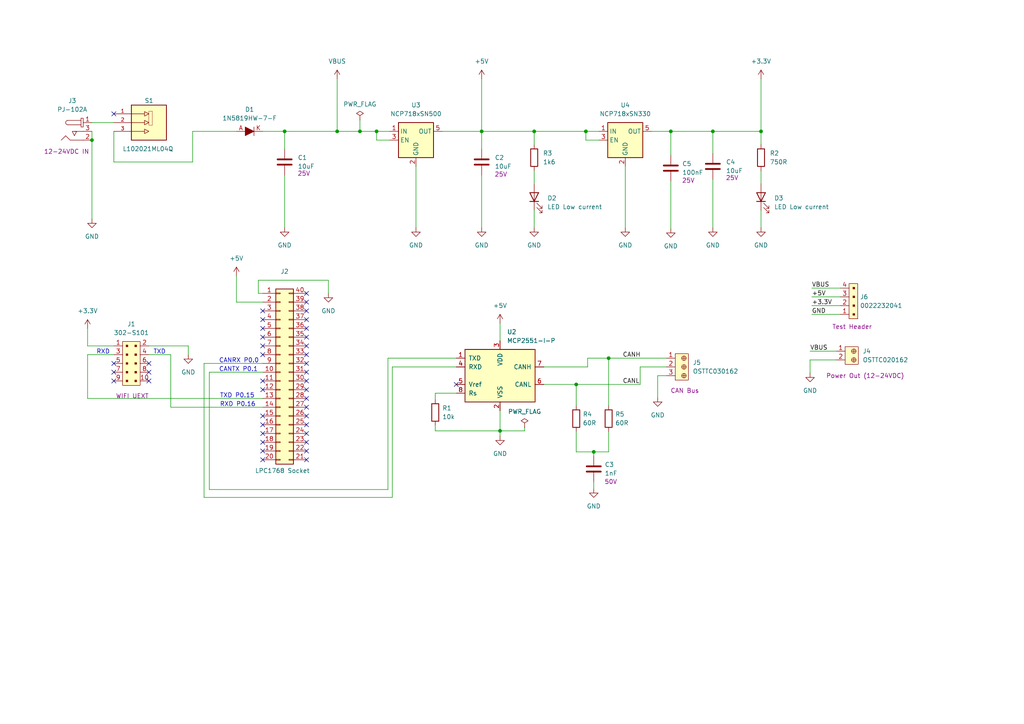
<source format=kicad_sch>
(kicad_sch (version 20211123) (generator eeschema)
  (paper "A4")
  (lib_symbols
    (symbol "Connector_Generic:Conn_02x20_Counter_Clockwise" (pin_names (offset 1.016) hide)
      (property "Reference" "J" (at 1.27 25.4 0))
      (property "Value" "Conn_02x20_Counter_Clockwise" (at 1.27 -27.94 0))
      (symbol "Conn_02x20_Counter_Clockwise_1_1"
        (rectangle (start -1.27 -25.273) (end 0 -25.527) (stroke (width 0.1524)))
        (rectangle (start -1.27 -22.733) (end 0 -22.987) (stroke (width 0.1524)))
        (rectangle (start -1.27 -20.193) (end 0 -20.447) (stroke (width 0.1524)))
        (rectangle (start -1.27 -17.653) (end 0 -17.907) (stroke (width 0.1524)))
        (rectangle (start -1.27 -15.113) (end 0 -15.367) (stroke (width 0.1524)))
        (rectangle (start -1.27 -12.573) (end 0 -12.827) (stroke (width 0.1524)))
        (rectangle (start -1.27 -10.033) (end 0 -10.287) (stroke (width 0.1524)))
        (rectangle (start -1.27 -7.493) (end 0 -7.747) (stroke (width 0.1524)))
        (rectangle (start -1.27 -4.953) (end 0 -5.207) (stroke (width 0.1524)))
        (rectangle (start -1.27 -2.413) (end 0 -2.667) (stroke (width 0.1524)))
        (rectangle (start -1.27 0.127) (end 0 -0.127) (stroke (width 0.1524)))
        (rectangle (start -1.27 2.667) (end 0 2.413) (stroke (width 0.1524)))
        (rectangle (start -1.27 5.207) (end 0 4.953) (stroke (width 0.1524)))
        (rectangle (start -1.27 7.747) (end 0 7.493) (stroke (width 0.1524)))
        (rectangle (start -1.27 10.287) (end 0 10.033) (stroke (width 0.1524)))
        (rectangle (start -1.27 12.827) (end 0 12.573) (stroke (width 0.1524)))
        (rectangle (start -1.27 15.367) (end 0 15.113) (stroke (width 0.1524)))
        (rectangle (start -1.27 17.907) (end 0 17.653) (stroke (width 0.1524)))
        (rectangle (start -1.27 20.447) (end 0 20.193) (stroke (width 0.1524)))
        (rectangle (start -1.27 22.987) (end 0 22.733) (stroke (width 0.1524)))
        (rectangle (start -1.27 24.13) (end 3.81 -26.67) (stroke (width 0.254)) (fill (type background)))
        (rectangle (start 3.81 -25.273) (end 2.54 -25.527) (stroke (width 0.1524)))
        (rectangle (start 3.81 -22.733) (end 2.54 -22.987) (stroke (width 0.1524)))
        (rectangle (start 3.81 -20.193) (end 2.54 -20.447) (stroke (width 0.1524)))
        (rectangle (start 3.81 -17.653) (end 2.54 -17.907) (stroke (width 0.1524)))
        (rectangle (start 3.81 -15.113) (end 2.54 -15.367) (stroke (width 0.1524)))
        (rectangle (start 3.81 -12.573) (end 2.54 -12.827) (stroke (width 0.1524)))
        (rectangle (start 3.81 -10.033) (end 2.54 -10.287) (stroke (width 0.1524)))
        (rectangle (start 3.81 -7.493) (end 2.54 -7.747) (stroke (width 0.1524)))
        (rectangle (start 3.81 -4.953) (end 2.54 -5.207) (stroke (width 0.1524)))
        (rectangle (start 3.81 -2.413) (end 2.54 -2.667) (stroke (width 0.1524)))
        (rectangle (start 3.81 0.127) (end 2.54 -0.127) (stroke (width 0.1524)))
        (rectangle (start 3.81 2.667) (end 2.54 2.413) (stroke (width 0.1524)))
        (rectangle (start 3.81 5.207) (end 2.54 4.953) (stroke (width 0.1524)))
        (rectangle (start 3.81 7.747) (end 2.54 7.493) (stroke (width 0.1524)))
        (rectangle (start 3.81 10.287) (end 2.54 10.033) (stroke (width 0.1524)))
        (rectangle (start 3.81 12.827) (end 2.54 12.573) (stroke (width 0.1524)))
        (rectangle (start 3.81 15.367) (end 2.54 15.113) (stroke (width 0.1524)))
        (rectangle (start 3.81 17.907) (end 2.54 17.653) (stroke (width 0.1524)))
        (rectangle (start 3.81 20.447) (end 2.54 20.193) (stroke (width 0.1524)))
        (rectangle (start 3.81 22.987) (end 2.54 22.733) (stroke (width 0.1524)))
        (pin passive line (at -5.08 22.86 0) (length 3.81) (name "Pin_1") (number "1"))
        (pin passive line (at -5.08 0 0) (length 3.81) (name "Pin_10") (number "10"))
        (pin passive line (at -5.08 -2.54 0) (length 3.81) (name "Pin_11") (number "11"))
        (pin passive line (at -5.08 -5.08 0) (length 3.81) (name "Pin_12") (number "12"))
        (pin passive line (at -5.08 -7.62 0) (length 3.81) (name "Pin_13") (number "13"))
        (pin passive line (at -5.08 -10.16 0) (length 3.81) (name "Pin_14") (number "14"))
        (pin passive line (at -5.08 -12.7 0) (length 3.81) (name "Pin_15") (number "15"))
        (pin passive line (at -5.08 -15.24 0) (length 3.81) (name "Pin_16") (number "16"))
        (pin passive line (at -5.08 -17.78 0) (length 3.81) (name "Pin_17") (number "17"))
        (pin passive line (at -5.08 -20.32 0) (length 3.81) (name "Pin_18") (number "18"))
        (pin passive line (at -5.08 -22.86 0) (length 3.81) (name "Pin_19") (number "19"))
        (pin passive line (at -5.08 20.32 0) (length 3.81) (name "Pin_2") (number "2"))
        (pin passive line (at -5.08 -25.4 0) (length 3.81) (name "Pin_20") (number "20"))
        (pin passive line (at 7.62 -25.4 180) (length 3.81) (name "Pin_21") (number "21"))
        (pin passive line (at 7.62 -22.86 180) (length 3.81) (name "Pin_22") (number "22"))
        (pin passive line (at 7.62 -20.32 180) (length 3.81) (name "Pin_23") (number "23"))
        (pin passive line (at 7.62 -17.78 180) (length 3.81) (name "Pin_24") (number "24"))
        (pin passive line (at 7.62 -15.24 180) (length 3.81) (name "Pin_25") (number "25"))
        (pin passive line (at 7.62 -12.7 180) (length 3.81) (name "Pin_26") (number "26"))
        (pin passive line (at 7.62 -10.16 180) (length 3.81) (name "Pin_27") (number "27"))
        (pin passive line (at 7.62 -7.62 180) (length 3.81) (name "Pin_28") (number "28"))
        (pin passive line (at 7.62 -5.08 180) (length 3.81) (name "Pin_29") (number "29"))
        (pin passive line (at -5.08 17.78 0) (length 3.81) (name "Pin_3") (number "3"))
        (pin passive line (at 7.62 -2.54 180) (length 3.81) (name "Pin_30") (number "30"))
        (pin passive line (at 7.62 0 180) (length 3.81) (name "Pin_31") (number "31"))
        (pin passive line (at 7.62 2.54 180) (length 3.81) (name "Pin_32") (number "32"))
        (pin passive line (at 7.62 5.08 180) (length 3.81) (name "Pin_33") (number "33"))
        (pin passive line (at 7.62 7.62 180) (length 3.81) (name "Pin_34") (number "34"))
        (pin passive line (at 7.62 10.16 180) (length 3.81) (name "Pin_35") (number "35"))
        (pin passive line (at 7.62 12.7 180) (length 3.81) (name "Pin_36") (number "36"))
        (pin passive line (at 7.62 15.24 180) (length 3.81) (name "Pin_37") (number "37"))
        (pin passive line (at 7.62 17.78 180) (length 3.81) (name "Pin_38") (number "38"))
        (pin passive line (at 7.62 20.32 180) (length 3.81) (name "Pin_39") (number "39"))
        (pin passive line (at -5.08 15.24 0) (length 3.81) (name "Pin_4") (number "4"))
        (pin passive line (at 7.62 22.86 180) (length 3.81) (name "Pin_40") (number "40"))
        (pin passive line (at -5.08 12.7 0) (length 3.81) (name "Pin_5") (number "5"))
        (pin passive line (at -5.08 10.16 0) (length 3.81) (name "Pin_6") (number "6"))
        (pin passive line (at -5.08 7.62 0) (length 3.81) (name "Pin_7") (number "7"))
        (pin passive line (at -5.08 5.08 0) (length 3.81) (name "Pin_8") (number "8"))
        (pin passive line (at -5.08 2.54 0) (length 3.81) (name "Pin_9") (number "9"))
      )
    )
    (symbol "Device:C" (pin_numbers hide) (pin_names (offset 0.254))
      (property "Reference" "C" (at 0.635 2.54 0))
      (property "Value" "C" (at 0.635 -2.54 0))
      (symbol "C_0_1"
        (polyline (pts (xy -2.032 -0.762) (xy 2.032 -0.762)) (stroke (width 0.508)))
        (polyline (pts (xy -2.032 0.762) (xy 2.032 0.762)) (stroke (width 0.508)))
      )
      (symbol "C_1_1"
        (pin passive line (at 0 3.81 270) (length 2.794) (name "~") (number "1"))
        (pin passive line (at 0 -3.81 90) (length 2.794) (name "~") (number "2"))
      )
    )
    (symbol "Device:LED" (pin_numbers hide) (pin_names (offset 1.016) hide)
      (property "Reference" "D" (at 0 2.54 0))
      (property "Value" "LED" (at 0 -2.54 0))
      (symbol "LED_0_1"
        (polyline (pts (xy -1.27 -1.27) (xy -1.27 1.27)) (stroke (width 0.254)))
        (polyline (pts (xy -1.27 0) (xy 1.27 0)))
        (polyline (pts (xy 1.27 -1.27) (xy 1.27 1.27) (xy -1.27 0) (xy 1.27 -1.27)) (stroke (width 0.254)))
        (polyline (pts (xy -3.048 -0.762) (xy -4.572 -2.286) (xy -3.81 -2.286) (xy -4.572 -2.286) (xy -4.572 -1.524)))
        (polyline (pts (xy -1.778 -0.762) (xy -3.302 -2.286) (xy -2.54 -2.286) (xy -3.302 -2.286) (xy -3.302 -1.524)))
      )
      (symbol "LED_1_1"
        (pin passive line (at -3.81 0 0) (length 2.54) (name "K") (number "1"))
        (pin passive line (at 3.81 0 180) (length 2.54) (name "A") (number "2"))
      )
    )
    (symbol "Device:R" (pin_numbers hide) (pin_names (offset 0))
      (property "Reference" "R" (at 2.032 0 90))
      (property "Value" "R" (at 0 0 90))
      (symbol "R_0_1"
        (rectangle (start -1.016 -2.54) (end 1.016 2.54) (stroke (width 0.254)))
      )
      (symbol "R_1_1"
        (pin passive line (at 0 3.81 270) (length 1.27) (name "~") (number "1"))
        (pin passive line (at 0 -3.81 90) (length 1.27) (name "~") (number "2"))
      )
    )
    (symbol "Interface_CAN_LIN:MCP2551-I-P" (pin_names (offset 1.016))
      (property "Reference" "U" (at -10.16 8.89 0))
      (property "Value" "MCP2551-I-P" (at 2.54 8.89 0))
      (symbol "MCP2551-I-P_0_1"
        (rectangle (start -10.16 7.62) (end 10.16 -7.62) (stroke (width 0.254)) (fill (type background)))
      )
      (symbol "MCP2551-I-P_1_1"
        (pin input line (at -12.7 5.08 0) (length 2.54) (name "TXD") (number "1"))
        (pin power_in line (at 0 -10.16 90) (length 2.54) (name "VSS") (number "2"))
        (pin power_in line (at 0 10.16 270) (length 2.54) (name "VDD") (number "3"))
        (pin output line (at -12.7 2.54 0) (length 2.54) (name "RXD") (number "4"))
        (pin power_out line (at -12.7 -2.54 0) (length 2.54) (name "Vref") (number "5"))
        (pin bidirectional line (at 12.7 -2.54 180) (length 2.54) (name "CANL") (number "6"))
        (pin bidirectional line (at 12.7 2.54 180) (length 2.54) (name "CANH") (number "7"))
        (pin input line (at -12.7 -5.08 0) (length 2.54) (name "Rs") (number "8"))
      )
    )
    (symbol "Regulator_Linear:NCP718xSN330"
      (property "Reference" "U" (at -3.81 6.35 0))
      (property "Value" "NCP718xSN330" (at 6.35 6.35 0))
      (symbol "NCP718xSN330_0_1"
        (rectangle (start -5.08 -5.08) (end 5.08 5.08) (stroke (width 0.254)) (fill (type background)))
        (pin power_in line (at -7.62 2.54 0) (length 2.54) (name "IN") (number "1"))
        (pin power_in line (at 0 -7.62 90) (length 2.54) (name "GND") (number "2"))
        (pin input line (at -7.62 0 0) (length 2.54) (name "EN") (number "3"))
        (pin no_connect line (at 5.08 0 180) (length 2.54) hide (name "NC") (number "4"))
        (pin power_out line (at 7.62 2.54 180) (length 2.54) (name "OUT") (number "5"))
      )
    )
    (symbol "Regulator_Linear:NCP718xSN500"
      (property "Reference" "U" (at -3.81 6.35 0))
      (property "Value" "NCP718xSN500" (at 6.35 6.35 0))
      (symbol "NCP718xSN500_0_1"
        (rectangle (start -5.08 -5.08) (end 5.08 5.08) (stroke (width 0.254)) (fill (type background)))
        (pin power_in line (at -7.62 2.54 0) (length 2.54) (name "IN") (number "1"))
        (pin power_in line (at 0 -7.62 90) (length 2.54) (name "GND") (number "2"))
        (pin input line (at -7.62 0 0) (length 2.54) (name "EN") (number "3"))
        (pin no_connect line (at 5.08 0 180) (length 2.54) hide (name "NC") (number "4"))
        (pin power_out line (at 7.62 2.54 180) (length 2.54) (name "OUT") (number "5"))
      )
    )
    (symbol "Switch:L102021ML04Q" (pin_names (offset 1.016) hide)
      (property "Reference" "S" (at -5.08 6.35 0))
      (property "Value" "L102021ML04Q" (at -7.62 -7.62 0))
      (symbol "L102021ML04Q_0_0"
        (rectangle (start -5.08 -5.08) (end 5.08 5.08) (stroke (width 0.254)) (fill (type background)))
        (polyline (pts (xy -5.08 -2.54) (xy -1.27 -2.54)) (stroke (width 0.1524)))
        (polyline (pts (xy -5.08 0) (xy -1.27 0)) (stroke (width 0.1524)))
        (polyline (pts (xy -5.08 2.54) (xy -1.27 2.54)) (stroke (width 0.1524)))
        (polyline (pts (xy -1.27 -1.905) (xy -1.27 -3.175) (xy 0 -2.54) (xy -1.27 -1.905)) (stroke (width 0.1524)) (fill (type background)))
        (polyline (pts (xy -1.27 0.635) (xy -1.27 -0.635) (xy 0 0) (xy -1.27 0.635)) (stroke (width 0.1524)) (fill (type background)))
        (polyline (pts (xy -1.27 3.175) (xy -1.27 1.905) (xy 0 2.54) (xy -1.27 3.175)) (stroke (width 0.1524)) (fill (type background)))
        (polyline (pts (xy 0 3.302) (xy 0 -0.762) (xy 1.016 -0.762) (xy 1.016 3.302) (xy 0 3.302)) (stroke (width 0.0254)) (fill (type background)))
        (pin passive line (at -10.16 2.54 0) (length 5.08) (name "~") (number "1"))
        (pin passive line (at -10.16 0 0) (length 5.08) (name "~") (number "2"))
        (pin passive line (at -10.16 -2.54 0) (length 5.08) (name "~") (number "3"))
      )
    )
    (symbol "dk_Barrel-Power-Connectors:PJ-102A" (pin_names (offset 1.016))
      (property "Reference" "J" (at 0 2.54 0))
      (property "Value" "PJ-102A" (at 0 -6.35 0))
      (symbol "PJ-102A_0_1"
        (arc (start -4.445 0.635) (mid -5.08 0) (end -4.445 -0.635))
        (rectangle (start -0.635 1.27) (end 0 -1.27))
        (polyline (pts (xy -0.635 -0.635) (xy -4.445 -0.635)))
        (polyline (pts (xy -0.635 0.635) (xy -4.445 0.635)))
        (polyline (pts (xy 0 -2.54) (xy -1.27 -2.54) (xy -2.54 -2.54)))
        (polyline (pts (xy 0 -5.08) (xy -3.81 -5.08) (xy -5.08 -3.81) (xy -6.35 -5.08)))
        (polyline (pts (xy -2.54 -2.54) (xy -3.175 -2.54) (xy -2.54 -3.81) (xy -1.905 -2.54) (xy -2.54 -2.54)))
      )
      (symbol "PJ-102A_1_1"
        (pin passive line (at 2.54 0 180) (length 2.54) (name "~") (number "1"))
        (pin passive line (at 2.54 -5.08 180) (length 2.54) (name "~") (number "2"))
        (pin passive line (at 2.54 -2.54 180) (length 2.54) (name "~") (number "3"))
      )
    )
    (symbol "dk_Diodes-Rectifiers-Single:1N5819HW-7-F" (pin_names (offset 1.016))
      (property "Reference" "D" (at 0 3.81 0))
      (property "Value" "1N5819HW-7-F" (at 1.27 -2.54 0))
      (symbol "1N5819HW-7-F_0_1"
        (polyline (pts (xy 0 0) (xy 2.54 0)))
        (polyline (pts (xy 0 1.27) (xy 0 -1.27)))
        (polyline (pts (xy 2.54 1.27) (xy 2.54 -1.27) (xy 0 0) (xy 2.54 1.27)) (fill (type outline)))
      )
      (symbol "1N5819HW-7-F_1_1"
        (pin passive line (at 5.08 0 180) (length 2.54) (name "~") (number "A"))
        (pin passive line (at -2.54 0 0) (length 2.54) (name "~") (number "K"))
      )
    )
    (symbol "dk_Rectangular-Connectors-Headers-Male-Pins:0022232041" (pin_names (offset 1.016))
      (property "Reference" "J" (at -2.54 1.27 0))
      (property "Value" "0022232041" (at 3.81 -3.81 0))
      (symbol "0022232041_1_1"
        (rectangle (start -1.27 0) (end 8.89 -2.54) (fill (type background)))
        (rectangle (start -0.254 -1.143) (end 0.254 -1.651) (fill (type outline)))
        (rectangle (start 2.286 -1.143) (end 2.794 -1.651) (fill (type outline)))
        (rectangle (start 4.826 -1.143) (end 5.334 -1.651) (fill (type outline)))
        (rectangle (start 7.366 -1.143) (end 7.874 -1.651) (fill (type outline)))
        (pin passive line (at 0 2.54 270) (length 2.54) (name "~") (number "1"))
        (pin passive line (at 2.54 2.54 270) (length 2.54) (name "~") (number "2"))
        (pin passive line (at 5.08 2.54 270) (length 2.54) (name "~") (number "3"))
        (pin passive line (at 7.62 2.54 270) (length 2.54) (name "~") (number "4"))
      )
    )
    (symbol "dk_Rectangular-Connectors-Headers-Male-Pins:302-S101" (pin_names (offset 1.016))
      (property "Reference" "J" (at -2.54 7.62 0))
      (property "Value" "302-S101" (at 0 -7.62 0))
      (symbol "302-S101_1_1"
        (rectangle (start -2.54 6.35) (end 2.54 -6.35) (fill (type background)))
        (rectangle (start -1.524 -4.826) (end -1.016 -5.334) (fill (type outline)))
        (rectangle (start -1.524 -2.286) (end -1.016 -2.794) (fill (type outline)))
        (rectangle (start -1.524 0.254) (end -1.016 -0.254) (fill (type outline)))
        (rectangle (start -1.524 2.794) (end -1.016 2.286) (fill (type outline)))
        (rectangle (start -1.524 5.334) (end -1.016 4.826) (fill (type outline)))
        (rectangle (start 1.016 -4.826) (end 1.524 -5.334) (fill (type outline)))
        (rectangle (start 1.016 -2.286) (end 1.524 -2.794) (fill (type outline)))
        (rectangle (start 1.016 0.254) (end 1.524 -0.254) (fill (type outline)))
        (rectangle (start 1.016 2.794) (end 1.524 2.286) (fill (type outline)))
        (rectangle (start 1.016 5.334) (end 1.524 4.826) (fill (type outline)))
        (pin passive line (at -5.08 5.08 0) (length 2.54) (name "~") (number "1"))
        (pin passive line (at 5.08 -5.08 180) (length 2.54) (name "~") (number "10"))
        (pin passive line (at 5.08 5.08 180) (length 2.54) (name "~") (number "2"))
        (pin passive line (at -5.08 2.54 0) (length 2.54) (name "~") (number "3"))
        (pin passive line (at 5.08 2.54 180) (length 2.54) (name "~") (number "4"))
        (pin passive line (at -5.08 0 0) (length 2.54) (name "~") (number "5"))
        (pin passive line (at 5.08 0 180) (length 2.54) (name "~") (number "6"))
        (pin passive line (at -5.08 -2.54 0) (length 2.54) (name "~") (number "7"))
        (pin passive line (at 5.08 -2.54 180) (length 2.54) (name "~") (number "8"))
        (pin passive line (at -5.08 -5.08 0) (length 2.54) (name "~") (number "9"))
      )
    )
    (symbol "dk_Terminal-Blocks-Wire-to-Board:OSTTC020162" (pin_names (offset 1.016))
      (property "Reference" "J" (at -2.54 1.27 0))
      (property "Value" "OSTTC020162" (at 1.27 -2.54 0))
      (symbol "OSTTC020162_1_1"
        (rectangle (start -1.27 2.54) (end 3.81 -1.27) (fill (type background)))
        (polyline (pts (xy 0 0.635) (xy 0 -0.635)))
        (polyline (pts (xy 0.635 0) (xy -0.635 0)))
        (polyline (pts (xy 1.905 0) (xy 3.175 0)))
        (polyline (pts (xy 2.54 0.635) (xy 2.54 -0.635)))
        (circle (center 0 0) (radius 0.635))
        (circle (center 2.54 0) (radius 0.635))
        (pin passive line (at 0 5.08 270) (length 2.54) (name "~") (number "1"))
        (pin passive line (at 2.54 5.08 270) (length 2.54) (name "~") (number "2"))
      )
    )
    (symbol "dk_Terminal-Blocks-Wire-to-Board:OSTTC030162" (pin_names (offset 1.016))
      (property "Reference" "J" (at -2.54 1.27 0))
      (property "Value" "OSTTC030162" (at 2.54 -2.54 0))
      (symbol "OSTTC030162_1_1"
        (rectangle (start -1.27 2.54) (end 6.35 -1.27) (fill (type background)))
        (polyline (pts (xy 0 0.635) (xy 0 -0.635)))
        (polyline (pts (xy 0.635 0) (xy -0.635 0)))
        (polyline (pts (xy 1.905 0) (xy 3.175 0)))
        (polyline (pts (xy 2.54 0.635) (xy 2.54 -0.635)))
        (polyline (pts (xy 4.445 0) (xy 5.715 0)))
        (polyline (pts (xy 5.08 0.635) (xy 5.08 -0.635)))
        (circle (center 0 0) (radius 0.635))
        (circle (center 2.54 0) (radius 0.635))
        (circle (center 5.08 0) (radius 0.635))
        (pin passive line (at 0 5.08 270) (length 2.54) (name "~") (number "1"))
        (pin passive line (at 2.54 5.08 270) (length 2.54) (name "~") (number "2"))
        (pin passive line (at 5.08 5.08 270) (length 2.54) (name "~") (number "3"))
      )
    )
    (symbol "power:+3.3V" (power) (pin_names (offset 0))
      (property "Value" "+3.3V" (at 0 3.556 0))
      (symbol "+3.3V_0_1"
        (polyline (pts (xy -0.762 1.27) (xy 0 2.54)))
        (polyline (pts (xy 0 0) (xy 0 2.54)))
        (polyline (pts (xy 0 2.54) (xy 0.762 1.27)))
      )
      (symbol "+3.3V_1_1"
        (pin power_in line (at 0 0 90) (length 0) hide (name "+3.3V") (number "1"))
      )
    )
    (symbol "power:+5V" (power) (pin_names (offset 0))
      (property "Value" "+5V" (at 0 3.556 0))
      (symbol "+5V_0_1"
        (polyline (pts (xy -0.762 1.27) (xy 0 2.54)))
        (polyline (pts (xy 0 0) (xy 0 2.54)))
        (polyline (pts (xy 0 2.54) (xy 0.762 1.27)))
      )
      (symbol "+5V_1_1"
        (pin power_in line (at 0 0 90) (length 0) hide (name "+5V") (number "1"))
      )
    )
    (symbol "power:GND" (power) (pin_names (offset 0))
      (property "Value" "GND" (at 0 -3.81 0))
      (symbol "GND_0_1"
        (polyline (pts (xy 0 0) (xy 0 -1.27) (xy 1.27 -1.27) (xy 0 -2.54) (xy -1.27 -1.27) (xy 0 -1.27)))
      )
      (symbol "GND_1_1"
        (pin power_in line (at 0 0 270) (length 0) hide (name "GND") (number "1"))
      )
    )
    (symbol "power:PWR_FLAG" (power) (pin_numbers hide) (pin_names (offset 0) hide)
      (property "Value" "PWR_FLAG" (at 0 3.81 0))
      (symbol "PWR_FLAG_0_0"
        (pin power_out line (at 0 0 90) (length 0) (name "pwr") (number "1"))
      )
      (symbol "PWR_FLAG_0_1"
        (polyline (pts (xy 0 0) (xy 0 1.27) (xy -1.016 1.905) (xy 0 2.54) (xy 1.016 1.905) (xy 0 1.27)))
      )
    )
    (symbol "power:VBUS" (power) (pin_names (offset 0))
      (property "Value" "VBUS" (at 0 3.81 0))
      (symbol "VBUS_0_1"
        (polyline (pts (xy -0.762 1.27) (xy 0 2.54)))
        (polyline (pts (xy 0 0) (xy 0 2.54)))
        (polyline (pts (xy 0 2.54) (xy 0.762 1.27)))
      )
      (symbol "VBUS_1_1"
        (pin power_in line (at 0 0 90) (length 0) hide (name "VBUS") (number "1"))
      )
    )
  )
  (junction (at 26.67 40.64))
  (junction (at 172.212 131.064))
  (junction (at 104.394 38.1))
  (junction (at 169.926 38.1))
  (junction (at 206.756 38.1))
  (junction (at 194.564 38.1))
  (junction (at 167.132 111.506))
  (junction (at 176.53 103.886))
  (junction (at 139.7 38.1))
  (junction (at 82.55 38.1))
  (junction (at 145.034 124.968))
  (junction (at 220.726 38.1))
  (junction (at 97.79 38.1))
  (junction (at 109.22 38.1))
  (junction (at 154.94 38.1))
  (no_connect (at 88.9 113.03))
  (no_connect (at 76.2 100.33))
  (no_connect (at 76.2 102.87))
  (no_connect (at 76.2 97.79))
  (no_connect (at 88.9 102.87))
  (no_connect (at 88.9 95.25))
  (no_connect (at 88.9 123.19))
  (no_connect (at 88.9 100.33))
  (no_connect (at 76.2 125.73))
  (no_connect (at 33.02 33.02))
  (no_connect (at 43.18 107.95))
  (no_connect (at 43.18 105.41))
  (no_connect (at 43.18 110.49))
  (no_connect (at 33.02 105.41))
  (no_connect (at 33.02 107.95))
  (no_connect (at 33.02 110.49))
  (no_connect (at 76.2 90.17))
  (no_connect (at 88.9 130.81))
  (no_connect (at 88.9 90.17))
  (no_connect (at 88.9 110.49))
  (no_connect (at 88.9 105.41))
  (no_connect (at 88.9 97.79))
  (no_connect (at 76.2 95.25))
  (no_connect (at 88.9 107.95))
  (no_connect (at 132.334 111.506))
  (no_connect (at 76.2 133.35))
  (no_connect (at 76.2 128.27))
  (no_connect (at 76.2 110.49))
  (no_connect (at 76.2 113.03))
  (no_connect (at 76.2 120.65))
  (no_connect (at 88.9 128.27))
  (no_connect (at 76.2 130.81))
  (no_connect (at 88.9 92.71))
  (no_connect (at 88.9 133.35))
  (no_connect (at 88.9 120.65))
  (no_connect (at 88.9 125.73))
  (no_connect (at 88.9 85.09))
  (no_connect (at 76.2 92.71))
  (no_connect (at 76.2 123.19))
  (no_connect (at 88.9 118.11))
  (no_connect (at 88.9 87.63))
  (no_connect (at 88.9 115.57))
  (wire (pts (xy 60.706 141.986) (xy 112.522 141.986)))
  (wire (pts (xy 49.53 102.87) (xy 43.18 102.87)))
  (wire (pts (xy 170.434 106.426) (xy 170.434 103.886)))
  (wire (pts (xy 112.522 103.886) (xy 112.522 141.986)))
  (wire (pts (xy 26.67 38.1) (xy 26.67 40.64)))
  (wire (pts (xy 167.132 131.064) (xy 172.212 131.064)))
  (wire (pts (xy 169.926 38.1) (xy 173.736 38.1)))
  (wire (pts (xy 139.7 22.86) (xy 139.7 38.1)))
  (wire (pts (xy 220.726 22.86) (xy 220.726 38.1)))
  (wire (pts (xy 154.94 38.1) (xy 154.94 41.91)))
  (wire (pts (xy 190.754 108.966) (xy 190.754 115.316)))
  (wire (pts (xy 188.976 38.1) (xy 194.564 38.1)))
  (wire (pts (xy 25.4 115.57) (xy 76.2 115.57)))
  (wire (pts (xy 120.65 48.26) (xy 120.65 66.04)))
  (wire (pts (xy 172.212 132.207) (xy 172.212 131.064)))
  (wire (pts (xy 25.4 102.87) (xy 25.4 115.57)))
  (wire (pts (xy 139.7 38.1) (xy 139.7 43.18)))
  (wire (pts (xy 76.2 87.63) (xy 68.58 87.63)))
  (wire (pts (xy 82.55 50.8) (xy 82.55 66.04)))
  (wire (pts (xy 152.146 124.968) (xy 145.034 124.968)))
  (wire (pts (xy 97.79 38.1) (xy 104.394 38.1)))
  (wire (pts (xy 154.94 49.53) (xy 154.94 53.34)))
  (wire (pts (xy 235.458 86.106) (xy 243.713 86.106)))
  (wire (pts (xy 60.706 141.986) (xy 60.706 107.95)))
  (wire (pts (xy 234.95 104.394) (xy 234.95 108.204)))
  (wire (pts (xy 185.674 111.506) (xy 185.674 106.426)))
  (wire (pts (xy 109.22 38.1) (xy 113.03 38.1)))
  (wire (pts (xy 235.458 83.566) (xy 243.713 83.566)))
  (wire (pts (xy 167.132 111.506) (xy 167.132 117.602)))
  (wire (pts (xy 68.58 87.63) (xy 68.58 80.01)))
  (wire (pts (xy 194.564 38.1) (xy 206.756 38.1)))
  (wire (pts (xy 132.334 114.046) (xy 126.238 114.046)))
  (wire (pts (xy 25.4 95.25) (xy 25.4 100.33)))
  (wire (pts (xy 126.238 124.968) (xy 126.238 123.444)))
  (wire (pts (xy 49.53 118.11) (xy 76.2 118.11)))
  (wire (pts (xy 173.736 40.64) (xy 169.926 40.64)))
  (wire (pts (xy 167.132 111.506) (xy 185.674 111.506)))
  (wire (pts (xy 74.93 85.09) (xy 74.93 81.28)))
  (wire (pts (xy 172.212 139.827) (xy 172.212 141.732)))
  (wire (pts (xy 95.25 81.28) (xy 95.25 85.09)))
  (wire (pts (xy 242.57 104.394) (xy 234.95 104.394)))
  (wire (pts (xy 194.564 52.578) (xy 194.564 66.294)))
  (wire (pts (xy 206.756 38.1) (xy 220.726 38.1)))
  (wire (pts (xy 82.55 38.1) (xy 82.55 43.18)))
  (wire (pts (xy 76.2 107.95) (xy 60.706 107.95)))
  (wire (pts (xy 76.2 38.1) (xy 82.55 38.1)))
  (wire (pts (xy 220.726 49.53) (xy 220.726 53.34)))
  (wire (pts (xy 113.792 106.426) (xy 113.792 144.272)))
  (wire (pts (xy 126.238 114.046) (xy 126.238 115.824)))
  (wire (pts (xy 220.726 60.96) (xy 220.726 66.04)))
  (wire (pts (xy 97.79 22.86) (xy 97.79 38.1)))
  (wire (pts (xy 54.61 100.33) (xy 54.61 102.87)))
  (wire (pts (xy 104.394 38.1) (xy 109.22 38.1)))
  (wire (pts (xy 235.458 91.186) (xy 243.713 91.186)))
  (wire (pts (xy 26.67 40.64) (xy 26.67 63.5)))
  (wire (pts (xy 170.434 103.886) (xy 176.53 103.886)))
  (wire (pts (xy 235.458 88.646) (xy 243.713 88.646)))
  (wire (pts (xy 33.02 102.87) (xy 25.4 102.87)))
  (wire (pts (xy 59.182 144.272) (xy 113.792 144.272)))
  (wire (pts (xy 33.02 46.99) (xy 55.88 46.99)))
  (wire (pts (xy 194.564 38.1) (xy 194.564 44.958)))
  (wire (pts (xy 55.88 46.99) (xy 55.88 38.1)))
  (wire (pts (xy 139.7 50.8) (xy 139.7 66.04)))
  (wire (pts (xy 181.356 48.26) (xy 181.356 66.04)))
  (wire (pts (xy 176.53 131.064) (xy 172.212 131.064)))
  (wire (pts (xy 234.95 101.854) (xy 242.57 101.854)))
  (wire (pts (xy 152.146 123.952) (xy 152.146 124.968)))
  (wire (pts (xy 49.53 118.11) (xy 49.53 102.87)))
  (wire (pts (xy 145.034 126.492) (xy 145.034 124.968)))
  (wire (pts (xy 167.132 125.222) (xy 167.132 131.064)))
  (wire (pts (xy 154.94 60.96) (xy 154.94 66.04)))
  (wire (pts (xy 145.034 93.726) (xy 145.034 98.806)))
  (wire (pts (xy 43.18 100.33) (xy 54.61 100.33)))
  (wire (pts (xy 26.67 35.56) (xy 33.02 35.56)))
  (wire (pts (xy 176.53 117.602) (xy 176.53 103.886)))
  (wire (pts (xy 176.53 125.222) (xy 176.53 131.064)))
  (wire (pts (xy 145.034 119.126) (xy 145.034 124.968)))
  (wire (pts (xy 157.734 111.506) (xy 167.132 111.506)))
  (wire (pts (xy 128.27 38.1) (xy 139.7 38.1)))
  (wire (pts (xy 109.22 40.64) (xy 109.22 38.1)))
  (wire (pts (xy 154.94 38.1) (xy 169.926 38.1)))
  (wire (pts (xy 74.93 81.28) (xy 95.25 81.28)))
  (wire (pts (xy 76.2 85.09) (xy 74.93 85.09)))
  (wire (pts (xy 132.334 103.886) (xy 112.522 103.886)))
  (wire (pts (xy 33.02 100.33) (xy 25.4 100.33)))
  (wire (pts (xy 113.03 40.64) (xy 109.22 40.64)))
  (wire (pts (xy 104.394 34.798) (xy 104.394 38.1)))
  (wire (pts (xy 76.2 105.41) (xy 59.182 105.41)))
  (wire (pts (xy 157.734 106.426) (xy 170.434 106.426)))
  (wire (pts (xy 59.182 105.41) (xy 59.182 144.272)))
  (wire (pts (xy 206.756 52.07) (xy 206.756 66.04)))
  (wire (pts (xy 220.726 38.1) (xy 220.726 41.91)))
  (wire (pts (xy 55.88 38.1) (xy 68.58 38.1)))
  (wire (pts (xy 193.294 108.966) (xy 190.754 108.966)))
  (wire (pts (xy 169.926 40.64) (xy 169.926 38.1)))
  (wire (pts (xy 132.334 106.426) (xy 113.792 106.426)))
  (wire (pts (xy 206.756 38.1) (xy 206.756 44.45)))
  (wire (pts (xy 176.53 103.886) (xy 193.294 103.886)))
  (wire (pts (xy 139.7 38.1) (xy 154.94 38.1)))
  (wire (pts (xy 185.674 106.426) (xy 193.294 106.426)))
  (wire (pts (xy 82.55 38.1) (xy 97.79 38.1)))
  (wire (pts (xy 126.238 124.968) (xy 145.034 124.968)))
  (wire (pts (xy 33.02 38.1) (xy 33.02 46.99)))
  (text "TXD" (at 44.45 102.87 0) (effects (font (size 1.27 1.27)) (justify left bottom)))
  (text "RXD P0.16" (at 63.754 118.11 0) (effects (font (size 1.27 1.27)) (justify left bottom)))
  (text "CANRX P0.0" (at 63.5 105.41 0) (effects (font (size 1.27 1.27)) (justify left bottom)))
  (text "TXD P0.15" (at 63.754 115.57 0) (effects (font (size 1.27 1.27)) (justify left bottom)))
  (text "CANTX P0.1" (at 63.5 107.95 0) (effects (font (size 1.27 1.27)) (justify left bottom)))
  (text "RXD" (at 27.94 102.87 0) (effects (font (size 1.27 1.27)) (justify left bottom)))
  (label "CANH" (at 180.594 103.886 0))
  (label "GND" (at 235.458 91.186 0))
  (label "+3.3V" (at 235.458 88.646 0))
  (label "CANL" (at 180.594 111.506 0))
  (label "VBUS" (at 234.95 101.854 0))
  (label "+5V" (at 235.458 86.106 0))
  (label "VBUS" (at 235.458 83.566 0))
  (symbol (lib_id "power:GND") (at 95.25 85.09 0) (unit 1)
    (property "Reference" "#PWR0106" (effects hide))
    (property "Value" "GND" (at 95.25 90.17 0))
  )
  (symbol (lib_id "power:+5V") (at 68.58 80.01 0) (unit 1)
    (property "Reference" "#PWR0105" (effects hide))
    (property "Value" "+5V" (at 68.58 74.93 0))
  )
  (symbol (lib_id "Device:C") (at 82.55 46.99 0) (unit 1)
    (property "Reference" "C1" (at 86.36 45.7199 0) (effects (justify left)))
    (property "Value" "10uF" (at 86.36 48.2599 0) (effects (justify left)))
    (property "Footprint" "Capacitor_SMD:C_1206_3216Metric_Pad1.33x1.80mm_HandSolder" (effects hide))
    (property "Datasheet" "https://media.digikey.com/pdf/Data%20Sheets/Samsung%20PDFs/CL31A106KAHNNNE_SS.pdf" (effects hide))
    (property "Rated V" "25V" (at 88.138 50.292 0))
  )
  (symbol (lib_id "Switch:L102021ML04Q") (at 43.18 35.56 0) (unit 1)
    (property "Reference" "S1" (at 41.91 29.21 0) (effects (justify left)))
    (property "Value" "L102021ML04Q" (at 35.56 43.18 0) (effects (justify left)))
    (property "Footprint" "SW_L102021ML04Q" (effects hide))
    (property "STANDARD" "Manufacturer Recommendations" (effects hide))
    (property "PARTREV" "N/A" (effects hide))
    (property "MAXIMUM_PACKAGE_HEIGHT" "7.92mm" (effects hide))
    (property "MANUFACTURER" "C&K" (effects hide))
  )
  (symbol (lib_id "power:GND") (at 82.55 66.04 0) (mirror y) (unit 1)
    (property "Reference" "#PWR0109" (effects hide))
    (property "Value" "GND" (at 82.55 71.12 0))
  )
  (symbol (lib_id "Device:C") (at 194.564 48.768 0) (unit 1)
    (property "Reference" "C5" (at 197.866 47.4979 0) (effects (justify left)))
    (property "Value" "100nF" (at 197.866 50.0379 0) (effects (justify left)))
    (property "Footprint" "Capacitor_SMD:C_1206_3216Metric_Pad1.33x1.80mm_HandSolder" (effects hide))
    (property "Datasheet" "https://media.digikey.com/pdf/Data%20Sheets/Samsung%20PDFs/CL31A106KAHNNNE_SS.pdf" (effects hide))
    (property "Rated V" "25V" (at 199.644 52.324 0))
  )
  (symbol (lib_id "Connector_Generic:Conn_02x20_Counter_Clockwise") (at 81.28 107.95 0) (unit 1)
    (property "Reference" "J2" (at 82.55 78.74 0))
    (property "Value" "LPC1768 Socket" (at 81.915 136.525 0))
    (property "Footprint" "Package_DIP:DIP-40_W22.86_Socket" (effects hide))
  )
  (symbol (lib_id "power:+3.3V") (at 25.4 95.25 0) (unit 1)
    (property "Reference" "#PWR0104" (effects hide))
    (property "Value" "+3.3V" (at 25.4 90.17 0))
  )
  (symbol (lib_id "Device:LED") (at 154.94 57.15 90) (unit 1)
    (property "Reference" "D2" (at 158.75 57.4674 90) (effects (justify right)))
    (property "Value" "LED Low current" (at 158.75 60.0074 90) (effects (justify right)))
    (property "Footprint" "LED_SMD:LED_0603_1608Metric" (effects hide))
    (property "Datasheet" "https://www.sunledusa.com/products/spec/XZCM2CRK53WA-8VF.pdf" (effects hide))
    (property "DK_Detail_Page" "https://www.digikey.com/en/products/detail/sunled/XZCM2CRK53WA-8VF/10449772" (effects hide))
  )
  (symbol (lib_id "dk_Rectangular-Connectors-Headers-Male-Pins:0022232041") (at 246.253 91.186 90) (unit 1)
    (property "Reference" "J6" (at 249.428 86.1059 90) (effects (justify right)))
    (property "Value" "0022232041" (at 249.428 88.6459 90) (effects (justify right)))
    (property "Footprint" "digikey-footprints:PinHeader_1x4_P2.54mm_Drill1.02mm" (effects hide))
    (property "Datasheet" "https://www.molex.com/pdm_docs/sd/022232041_sd.pdf" (effects hide))
    (property "Digi-Key_PN" "WM4202-ND" (effects hide))
    (property "MPN" "0022232041" (effects hide))
    (property "Category" "Connectors, Interconnects" (effects hide))
    (property "Family" "Rectangular Connectors - Headers, Male Pins" (effects hide))
    (property "DK_Datasheet_Link" "https://www.molex.com/pdm_docs/sd/022232041_sd.pdf" (effects hide))
    (property "DK_Detail_Page" "/product-detail/en/molex/0022232041/WM4202-ND/26671" (effects hide))
    (property "Description" "CONN HEADER VERT 4POS 2.54MM" (effects hide))
    (property "Manufacturer" "Molex" (effects hide))
    (property "Status" "Active" (effects hide))
    (property "Func" "Test Header" (at 247.142 94.742 90))
  )
  (symbol (lib_id "power:GND") (at 234.95 108.204 0) (unit 1)
    (property "Reference" "#PWR0119" (effects hide))
    (property "Value" "GND" (at 234.95 113.284 0))
  )
  (symbol (lib_id "power:GND") (at 54.61 102.87 0) (unit 1)
    (property "Reference" "#PWR0103" (effects hide))
    (property "Value" "GND" (at 54.61 107.95 0))
  )
  (symbol (lib_id "Interface_CAN_LIN:MCP2551-I-P") (at 145.034 108.966 0) (unit 1)
    (property "Reference" "U2" (at 147.0534 96.266 0) (effects (justify left)))
    (property "Value" "MCP2551-I-P" (at 147.0534 98.806 0) (effects (justify left)))
    (property "Footprint" "Package_DIP:DIP-8_W7.62mm" (effects hide))
    (property "Datasheet" "http://ww1.microchip.com/downloads/en/devicedoc/21667d.pdf" (effects hide))
  )
  (symbol (lib_id "power:+5V") (at 145.034 93.726 0) (unit 1)
    (property "Reference" "#PWR0101" (effects hide))
    (property "Value" "+5V" (at 145.034 88.646 0))
  )
  (symbol (lib_id "Device:LED") (at 220.726 57.15 90) (unit 1)
    (property "Reference" "D3" (at 224.536 57.4674 90) (effects (justify right)))
    (property "Value" "LED Low current" (at 224.536 60.0074 90) (effects (justify right)))
    (property "Footprint" "LED_SMD:LED_0603_1608Metric" (effects hide))
    (property "Datasheet" "https://www.sunledusa.com/products/spec/XZCM2CRK53WA-8VF.pdf" (effects hide))
    (property "DK_Detail_Page" "https://www.digikey.com/en/products/detail/sunled/XZCM2CRK53WA-8VF/10449772" (effects hide))
  )
  (symbol (lib_id "power:GND") (at 190.754 115.316 0) (unit 1)
    (property "Reference" "#PWR0120" (effects hide))
    (property "Value" "GND" (at 190.754 120.396 0))
  )
  (symbol (lib_id "Device:C") (at 139.7 46.99 0) (unit 1)
    (property "Reference" "C2" (at 143.51 45.7199 0) (effects (justify left)))
    (property "Value" "10uF" (at 143.51 48.2599 0) (effects (justify left)))
    (property "Footprint" "Capacitor_SMD:C_1206_3216Metric_Pad1.33x1.80mm_HandSolder" (effects hide))
    (property "Datasheet" "https://media.digikey.com/pdf/Data%20Sheets/Samsung%20PDFs/CL31A106KAHNNNE_SS.pdf" (effects hide))
    (property "Rated V" "25V" (at 145.288 50.546 0))
  )
  (symbol (lib_id "dk_Barrel-Power-Connectors:PJ-102A") (at 24.13 35.56 0) (unit 1)
    (property "Reference" "J3" (at 20.955 29.21 0))
    (property "Value" "PJ-102A" (at 20.955 31.75 0))
    (property "Footprint" "digikey-footprints:Barrel_Jack_5.5mmODx2.1mmID_PJ-102A" (effects hide))
    (property "Datasheet" "https://www.cui.com/product/resource/digikeypdf/pj-102a.pdf" (effects hide))
    (property "Digi-Key_PN" "CP-102A-ND" (effects hide))
    (property "MPN" "PJ-102A" (effects hide))
    (property "Category" "Connectors, Interconnects" (effects hide))
    (property "Family" "Barrel - Power Connectors" (effects hide))
    (property "DK_Datasheet_Link" "https://www.cui.com/product/resource/digikeypdf/pj-102a.pdf" (effects hide))
    (property "DK_Detail_Page" "/product-detail/en/cui-inc/PJ-102A/CP-102A-ND/275425" (effects hide))
    (property "Description" "CONN PWR JACK 2X5.5MM SOLDER" (effects hide))
    (property "Manufacturer" "CUI Inc." (effects hide))
    (property "Status" "Active" (effects hide))
    (property "Func" "12-24VDC IN" (at 19.304 43.942 0))
  )
  (symbol (lib_id "power:GND") (at 145.034 126.492 0) (unit 1)
    (property "Reference" "#PWR0102" (effects hide))
    (property "Value" "GND" (at 145.034 131.572 0))
  )
  (symbol (lib_id "Device:C") (at 206.756 48.26 0) (unit 1)
    (property "Reference" "C4" (at 210.566 46.9899 0) (effects (justify left)))
    (property "Value" "10uF" (at 210.566 49.5299 0) (effects (justify left)))
    (property "Footprint" "Capacitor_SMD:C_1206_3216Metric_Pad1.33x1.80mm_HandSolder" (effects hide))
    (property "Datasheet" "https://media.digikey.com/pdf/Data%20Sheets/Samsung%20PDFs/CL31A106KAHNNNE_SS.pdf" (effects hide))
    (property "Rated V" "25V" (at 212.344 51.562 0))
  )
  (symbol (lib_id "power:VBUS") (at 97.79 22.86 0) (unit 1)
    (property "Reference" "#PWR0107" (effects hide))
    (property "Value" "VBUS" (at 97.79 17.78 0))
  )
  (symbol (lib_id "dk_Rectangular-Connectors-Headers-Male-Pins:302-S101") (at 38.1 105.41 0) (unit 1)
    (property "Reference" "J1" (at 38.1 93.98 0))
    (property "Value" "302-S101" (at 38.1 96.52 0))
    (property "Footprint" "digikey-footprints:PinHeader_2x5_P2.54mm_Drill1.2mm" (effects hide))
    (property "Datasheet" "http://www.on-shore.com/wp-content/uploads/2018/04/302-SXX1.pdf" (effects hide))
    (property "Digi-Key_PN" "ED1543-ND" (effects hide))
    (property "MPN" "302-S101" (effects hide))
    (property "Category" "Connectors, Interconnects" (effects hide))
    (property "Family" "Rectangular Connectors - Headers, Male Pins" (effects hide))
    (property "DK_Datasheet_Link" "http://www.on-shore.com/wp-content/uploads/2018/04/302-SXX1.pdf" (effects hide))
    (property "DK_Detail_Page" "/product-detail/en/on-shore-technology-inc/302-S101/ED1543-ND/2178422" (effects hide))
    (property "Description" "CONN HEADER VERT 10POS 2.54MM" (effects hide))
    (property "Manufacturer" "On Shore Technology Inc." (effects hide))
    (property "Status" "Active" (effects hide))
    (property "Function" "WIFI UEXT" (at 43.18 115.57 0) (effects (justify right bottom)))
  )
  (symbol (lib_id "power:PWR_FLAG") (at 152.146 123.952 0) (unit 1)
    (property "Reference" "#FLG0102" (effects hide))
    (property "Value" "PWR_FLAG" (at 152.146 119.38 0))
  )
  (symbol (lib_id "power:GND") (at 139.7 66.04 0) (mirror y) (unit 1)
    (property "Reference" "#PWR0111" (effects hide))
    (property "Value" "GND" (at 139.7 71.12 0))
  )
  (symbol (lib_id "power:GND") (at 26.67 63.5 0) (mirror y) (unit 1)
    (property "Reference" "#PWR0108" (effects hide))
    (property "Value" "GND" (at 26.67 68.58 0))
  )
  (symbol (lib_id "Device:R") (at 220.726 45.72 0) (unit 1)
    (property "Reference" "R2" (at 223.266 44.4499 0) (effects (justify left)))
    (property "Value" "750R" (at 223.266 46.9899 0) (effects (justify left)))
    (property "Footprint" "Resistor_SMD:R_1206_3216Metric_Pad1.30x1.75mm_HandSolder" (effects hide))
  )
  (symbol (lib_id "power:GND") (at 181.356 66.04 0) (mirror y) (unit 1)
    (property "Reference" "#PWR0113" (effects hide))
    (property "Value" "GND" (at 181.356 71.12 0))
  )
  (symbol (lib_id "Device:C") (at 172.212 136.017 0) (unit 1)
    (property "Reference" "C3" (at 175.387 134.7469 0) (effects (justify left)))
    (property "Value" "1nF" (at 175.387 137.2869 0) (effects (justify left)))
    (property "Footprint" "Capacitor_SMD:C_0805_2012Metric_Pad1.18x1.45mm_HandSolder" (effects hide))
    (property "Datasheet" "https://datasheets.kyocera-avx.com/C0GNP0-Dielectric.pdf" (effects hide))
    (property "DK_Detail_Page" "https://www.digikey.ca/en/products/detail/kyocera-avx/08055A102JAT2A/563438" (effects hide))
    (property "Rated V" "50V" (at 177.165 139.7 0))
  )
  (symbol (lib_id "Device:R") (at 167.132 121.412 0) (unit 1)
    (property "Reference" "R4" (at 169.037 120.1419 0) (effects (justify left)))
    (property "Value" "60R" (at 169.037 122.6819 0) (effects (justify left)))
    (property "Footprint" "Resistor_SMD:R_0805_2012Metric_Pad1.20x1.40mm_HandSolder" (effects hide))
    (property "Datasheet" "https://www.yageo.com/upload/media/product/productsearch/datasheet/rchip/PYu-RC_Group_51_RoHS_L_12.pdf" (effects hide))
    (property "DK_Detail_Page" "https://www.digikey.ca/en/products/detail/yageo/RC0805FR-0760R4L/728073" (effects hide))
  )
  (symbol (lib_id "power:+3.3V") (at 220.726 22.86 0) (unit 1)
    (property "Reference" "#PWR0114" (effects hide))
    (property "Value" "+3.3V" (at 220.726 17.78 0))
  )
  (symbol (lib_id "power:GND") (at 220.726 66.04 0) (mirror y) (unit 1)
    (property "Reference" "#PWR0118" (effects hide))
    (property "Value" "GND" (at 220.726 71.12 0))
  )
  (symbol (lib_id "Regulator_Linear:NCP718xSN330") (at 181.356 40.64 0) (unit 1)
    (property "Reference" "U4" (at 181.356 30.48 0))
    (property "Value" "NCP718xSN330" (at 181.356 33.02 0))
    (property "Footprint" "Package_TO_SOT_SMD:SOT-23-5" (effects hide))
    (property "Datasheet" "https://www.onsemi.com/pub/Collateral/NCP718-D.PDF" (effects hide))
  )
  (symbol (lib_id "power:GND") (at 172.212 141.732 0) (mirror y) (unit 1)
    (property "Reference" "#PWR02" (effects hide))
    (property "Value" "GND" (at 172.212 146.812 0))
  )
  (symbol (lib_id "Regulator_Linear:NCP718xSN500") (at 120.65 40.64 0) (unit 1)
    (property "Reference" "U3" (at 120.65 30.48 0))
    (property "Value" "NCP718xSN500" (at 120.65 33.02 0))
    (property "Footprint" "Package_TO_SOT_SMD:SOT-23-5" (effects hide))
    (property "Datasheet" "https://www.onsemi.com/pub/Collateral/NCP718-D.PDF" (effects hide))
  )
  (symbol (lib_id "power:GND") (at 206.756 66.04 0) (mirror y) (unit 1)
    (property "Reference" "#PWR0117" (effects hide))
    (property "Value" "GND" (at 206.756 71.12 0))
  )
  (symbol (lib_id "power:GND") (at 154.94 66.04 0) (mirror y) (unit 1)
    (property "Reference" "#PWR01" (effects hide))
    (property "Value" "GND" (at 154.94 71.12 0))
  )
  (symbol (lib_id "Device:R") (at 154.94 45.72 0) (unit 1)
    (property "Reference" "R3" (at 157.48 44.4499 0) (effects (justify left)))
    (property "Value" "1k6" (at 157.48 46.9899 0) (effects (justify left)))
    (property "Footprint" "Resistor_SMD:R_1206_3216Metric_Pad1.30x1.75mm_HandSolder" (effects hide))
  )
  (symbol (lib_id "Device:R") (at 176.53 121.412 0) (unit 1)
    (property "Reference" "R5" (at 178.435 120.1419 0) (effects (justify left)))
    (property "Value" "60R" (at 178.435 122.6819 0) (effects (justify left)))
    (property "Footprint" "Resistor_SMD:R_0805_2012Metric_Pad1.20x1.40mm_HandSolder" (effects hide))
    (property "Datasheet" "https://www.yageo.com/upload/media/product/productsearch/datasheet/rchip/PYu-RC_Group_51_RoHS_L_12.pdf" (effects hide))
    (property "DK_Detail_Page" "https://www.digikey.ca/en/products/detail/yageo/RC0805FR-0760R4L/728073" (effects hide))
  )
  (symbol (lib_id "dk_Terminal-Blocks-Wire-to-Board:OSTTC020162") (at 247.65 101.854 90) (mirror x) (unit 1)
    (property "Reference" "J4" (at 250.19 101.8539 90) (effects (justify right)))
    (property "Value" "OSTTC020162" (at 250.19 104.3939 90) (effects (justify right)))
    (property "Footprint" "digikey-footprints:Term_Block_1x2_P5mm" (effects hide))
    (property "Datasheet" "http://www.on-shore.com/wp-content/uploads/OSTTCXX0162.pdf" (effects hide))
    (property "Digi-Key_PN" "ED2600-ND" (effects hide))
    (property "MPN" "OSTTC020162" (effects hide))
    (property "Category" "Connectors, Interconnects" (effects hide))
    (property "Family" "Terminal Blocks - Wire to Board" (effects hide))
    (property "DK_Datasheet_Link" "http://www.on-shore.com/wp-content/uploads/OSTTCXX0162.pdf" (effects hide))
    (property "DK_Detail_Page" "/product-detail/en/on-shore-technology-inc/OSTTC020162/ED2600-ND/614549" (effects hide))
    (property "Description" "TERM BLK 2POS SIDE ENTRY 5MM PCB" (effects hide))
    (property "Manufacturer" "On Shore Technology Inc." (effects hide))
    (property "Status" "Active" (effects hide))
    (property "Func" "Power Out (12-24VDC)" (at 250.952 108.966 90))
  )
  (symbol (lib_id "power:PWR_FLAG") (at 104.394 34.798 0) (unit 1)
    (property "Reference" "#FLG0103" (effects hide))
    (property "Value" "PWR_FLAG" (at 104.394 30.226 0))
  )
  (symbol (lib_id "dk_Diodes-Rectifiers-Single:1N5819HW-7-F") (at 73.66 38.1 0) (mirror y) (unit 1)
    (property "Reference" "D1" (at 72.39 31.75 0))
    (property "Value" "1N5819HW-7-F" (at 72.39 34.29 0))
    (property "Footprint" "digikey-footprints:SOD-123" (effects hide))
    (property "Datasheet" "https://www.diodes.com/assets/Datasheets/ds30217.pdf" (effects hide))
    (property "Digi-Key_PN" "1N5819HW-FDICT-ND" (effects hide))
    (property "MPN" "1N5819HW-7-F" (effects hide))
    (property "Category" "Discrete Semiconductor Products" (effects hide))
    (property "Family" "Diodes - Rectifiers - Single" (effects hide))
    (property "DK_Datasheet_Link" "https://www.diodes.com/assets/Datasheets/ds30217.pdf" (effects hide))
    (property "DK_Detail_Page" "/product-detail/en/diodes-incorporated/1N5819HW-7-F/1N5819HW-FDICT-ND/815283" (effects hide))
    (property "Description" "DIODE SCHOTTKY 40V 1A SOD123" (effects hide))
    (property "Manufacturer" "Diodes Incorporated" (effects hide))
    (property "Status" "Active" (effects hide))
  )
  (symbol (lib_id "power:GND") (at 120.65 66.04 0) (mirror y) (unit 1)
    (property "Reference" "#PWR0110" (effects hide))
    (property "Value" "GND" (at 120.65 71.12 0))
  )
  (symbol (lib_id "power:+5V") (at 139.7 22.86 0) (unit 1)
    (property "Reference" "#PWR0112" (effects hide))
    (property "Value" "+5V" (at 139.7 17.78 0))
  )
  (symbol (lib_id "power:GND") (at 194.564 66.294 0) (mirror y) (unit 1)
    (property "Reference" "#PWR03" (effects hide))
    (property "Value" "GND" (at 194.564 71.374 0))
  )
  (symbol (lib_id "dk_Terminal-Blocks-Wire-to-Board:OSTTC030162") (at 198.374 103.886 90) (mirror x) (unit 1)
    (property "Reference" "J5" (at 200.914 105.1559 90) (effects (justify right)))
    (property "Value" "OSTTC030162" (at 200.914 107.6959 90) (effects (justify right)))
    (property "Footprint" "digikey-footprints:Term_Block_1x3_P5mm" (effects hide))
    (property "Datasheet" "http://www.on-shore.com/wp-content/uploads/OSTTCXX0162.pdf" (effects hide))
    (property "Digi-Key_PN" "ED2601-ND" (effects hide))
    (property "MPN" "OSTTC030162" (effects hide))
    (property "Category" "Connectors, Interconnects" (effects hide))
    (property "Family" "Terminal Blocks - Wire to Board" (effects hide))
    (property "DK_Datasheet_Link" "http://www.on-shore.com/wp-content/uploads/OSTTCXX0162.pdf" (effects hide))
    (property "DK_Detail_Page" "/product-detail/en/on-shore-technology-inc/OSTTC030162/ED2601-ND/614550" (effects hide))
    (property "Description" "TERM BLK 3POS SIDE ENTRY 5MM PCB" (effects hide))
    (property "Manufacturer" "On Shore Technology Inc." (effects hide))
    (property "Status" "Active" (effects hide))
    (property "Func" "CAN Bus" (at 198.628 113.284 90))
  )
  (symbol (lib_id "Device:R") (at 126.238 119.634 0) (unit 1)
    (property "Reference" "R1" (at 128.27 118.3639 0) (effects (justify left)))
    (property "Value" "10k" (at 128.27 120.9039 0) (effects (justify left)))
    (property "Footprint" "Resistor_SMD:R_1206_3216Metric_Pad1.30x1.75mm_HandSolder" (effects hide))
  )
)
</source>
